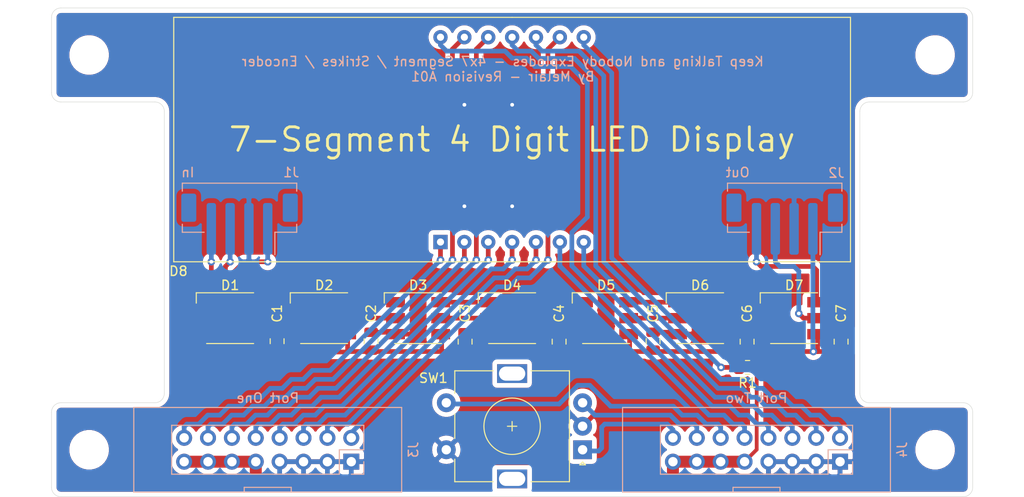
<source format=kicad_pcb>
(kicad_pcb (version 20211014) (generator pcbnew)
  (layers (0 "F.Cu" signal) (31 "B.Cu" signal) (34 "B.Paste" user) (35 "F.Paste" user) (36 "B.SilkS" user "B.Silkscreen") (37 "F.SilkS" user "F.Silkscreen") (38 "B.Mask" user) (39 "F.Mask" user) (44 "Edge.Cuts" user))
  (net 0 "")
  (net 1 "GND")
  (net 2 "+5V")
  (net 3 "Net-(D1-Pad6)")
  (net 4 "Net-(D1-Pad5)")
  (net 5 "CI")
  (net 6 "DI")
  (net 7 "Net-(D2-Pad6)")
  (net 8 "Net-(D2-Pad5)")
  (net 9 "Net-(D3-Pad6)")
  (net 10 "Net-(D3-Pad5)")
  (net 11 "Net-(D4-Pad6)")
  (net 12 "Net-(D4-Pad5)")
  (net 13 "DO")
  (net 14 "CO")
  (net 15 "DIG1")
  (net 16 "A")
  (net 17 "F")
  (net 18 "DIG2")
  (net 19 "DIG3")
  (net 20 "B")
  (net 21 "COL")
  (net 22 "DIG4")
  (net 23 "G")
  (net 24 "C")
  (net 25 "DP")
  (net 26 "D")
  (net 27 "E")
  (net 28 "RE-A")
  (net 29 "RE-B")
  (net 30 "RE-SW")
  (net 31 "Net-(D5-Pad6)")
  (net 32 "Net-(D5-Pad5)")
  (net 33 "Net-(D6-Pad6)")
  (net 34 "Net-(D6-Pad5)")
  (net 35 "Net-(D8-Pad8)")
  (net 36 "+5P")
  (footprint "KTANE:ARK1136" (layer "F.Cu") (at 65 38)
    (fp_text reference "D8" (at -35.5 14) (layer "F.SilkS"))
    (fp_text value "SR421136N-JN")
    (pad "1" thru_hole rect locked (at -7.62 10.9) (size 1.524 1.524) (drill oval 0.762) (layers *.Cu *.Mask) (net 27 "E"))
    (pad "2" thru_hole circle locked (at -5.08 10.9) (size 1.524 1.524) (drill oval 0.762) (layers *.Cu *.Mask) (net 26 "D"))
    (pad "3" thru_hole circle locked (at -2.54 10.9) (size 1.524 1.524) (drill oval 0.762) (layers *.Cu *.Mask) (net 25 "DP"))
    (pad "4" thru_hole circle locked (at 0 10.9) (size 1.524 1.524) (drill oval 0.762) (layers *.Cu *.Mask) (net 24 "C"))
    (pad "5" thru_hole circle locked (at 2.54 10.9) (size 1.524 1.524) (drill oval 0.762) (layers *.Cu *.Mask) (net 23 "G"))
    (pad "6" thru_hole circle locked (at 5.08 10.9) (size 1.524 1.524) (drill oval 0.762) (layers *.Cu *.Mask) (net 22 "DIG4"))
    (pad "7" thru_hole circle locked (at 7.62 10.9) (size 1.524 1.524) (drill oval 0.762) (layers *.Cu *.Mask) (net 21 "COL"))
    (pad "8" thru_hole circle locked (at 7.62 -10.89) (size 1.524 1.524) (drill oval 0.762) (layers *.Cu *.Mask) (net 35 "Net-(D8-Pad8)"))
    (pad "9" thru_hole circle locked (at 5.08 -10.89) (size 1.524 1.524) (drill oval 0.762) (layers *.Cu *.Mask) (net 20 "B"))
    (pad "10" thru_hole circle locked (at 2.54 -10.89) (size 1.524 1.524) (drill oval 0.762) (layers *.Cu *.Mask) (net 19 "DIG3"))
    (pad "11" thru_hole circle locked (at 0 -10.89) (size 1.524 1.524) (drill oval 0.762) (layers *.Cu *.Mask) (net 18 "DIG2"))
    (pad "12" thru_hole circle locked (at -2.54 -10.89) (size 1.524 1.524) (drill oval 0.762) (layers *.Cu *.Mask) (net 17 "F"))
    (pad "13" thru_hole circle locked (at -5.08 -10.89) (size 1.524 1.524) (drill oval 0.762) (layers *.Cu *.Mask) (net 16 "A"))
    (pad "14" thru_hole circle locked (at -7.62 -10.89) (size 1.524 1.524) (drill oval 0.762) (layers *.Cu *.Mask) (net 15 "DIG1"))
  )
  (footprint "Resistor_SMD:R_0805_2012Metric" (layer "F.Cu") (at 90.0475 62.24 180)
    (fp_text reference "R1" (at 0 -1.65) (layer "F.SilkS"))
    (fp_text value "300")
    (pad "1" smd roundrect (at -0.9125 0 180) (size 1.025 1.4) (layers "F.Cu" "F.Paste" "F.Mask") (roundrect_rratio 0.243902) (net 36 "+5P"))
    (pad "2" smd roundrect (at 0.9125 0 180) (size 1.025 1.4) (layers "F.Cu" "F.Paste" "F.Mask") (roundrect_rratio 0.243902) (net 35 "Net-(D8-Pad8)"))
  )
  (footprint "Rotary_Encoder:RotaryEncoder_Alps_EC11E-Switch_Vertical_H20mm" (layer "F.Cu") (at 72.5 71 180)
    (fp_text reference "SW1" (at 15.875 7.62) (layer "F.SilkS"))
    (fp_text value "Rotary_Encoder_Switch")
    (pad "A" thru_hole rect (at 0 0 180) (size 2 2) (drill 1) (layers *.Cu *.Mask) (net 28 "RE-A"))
    (pad "B" thru_hole circle (at 0 5 180) (size 2 2) (drill 1) (layers *.Cu *.Mask) (net 29 "RE-B"))
    (pad "C" thru_hole circle (at 0 2.5 180) (size 2 2) (drill 1) (layers *.Cu *.Mask) (net 1 "GND"))
    (pad "MP" thru_hole rect (at 7.5 8.1 180) (size 3.2 2) (drill oval 2.8 1.5) (layers *.Cu *.Mask))
    (pad "MP" thru_hole rect (at 7.5 -3.1 180) (size 3.2 2) (drill oval 2.8 1.5) (layers *.Cu *.Mask))
    (pad "S1" thru_hole circle (at 14.5 5 180) (size 2 2) (drill 1) (layers *.Cu *.Mask) (net 30 "RE-SW"))
    (pad "S2" thru_hole circle (at 14.5 0 180) (size 2 2) (drill 1) (layers *.Cu *.Mask) (net 1 "GND"))
  )
  (footprint "Capacitor_SMD:C_0805_2012Metric" (layer "F.Cu") (at 40 59.45 90)
    (fp_text reference "C1" (at 2.95 0 90) (layer "F.SilkS"))
    (fp_text value "10uF")
    (pad "1" smd roundrect (at -0.95 0 90) (size 1 1.45) (layers "F.Cu" "F.Paste" "F.Mask") (net 2 "+5V"))
    (pad "2" smd roundrect (at 0.95 0 90) (size 1 1.45) (layers "F.Cu" "F.Paste" "F.Mask") (net 1 "GND"))
  )
  (footprint "Capacitor_SMD:C_0805_2012Metric" (layer "F.Cu") (at 50 59.45 90)
    (fp_text reference "C2" (at 2.95 0 90) (layer "F.SilkS"))
    (fp_text value "10uF")
    (pad "1" smd roundrect (at -0.95 0 90) (size 1 1.45) (layers "F.Cu" "F.Paste" "F.Mask") (net 2 "+5V"))
    (pad "2" smd roundrect (at 0.95 0 90) (size 1 1.45) (layers "F.Cu" "F.Paste" "F.Mask") (net 1 "GND"))
  )
  (footprint "Capacitor_SMD:C_0805_2012Metric" (layer "F.Cu") (at 60 59.5 90)
    (fp_text reference "C3" (at 3 0 90) (layer "F.SilkS"))
    (fp_text value "10uF")
    (pad "1" smd roundrect (at -0.95 0 90) (size 1 1.45) (layers "F.Cu" "F.Paste" "F.Mask") (net 2 "+5V"))
    (pad "2" smd roundrect (at 0.95 0 90) (size 1 1.45) (layers "F.Cu" "F.Paste" "F.Mask") (net 1 "GND"))
  )
  (footprint "Capacitor_SMD:C_0805_2012Metric" (layer "F.Cu") (at 70 59.5 90)
    (fp_text reference "C4" (at 3 0 90) (layer "F.SilkS"))
    (fp_text value "10uF")
    (pad "1" smd roundrect (at -0.95 0 90) (size 1 1.45) (layers "F.Cu" "F.Paste" "F.Mask") (net 2 "+5V"))
    (pad "2" smd roundrect (at 0.95 0 90) (size 1 1.45) (layers "F.Cu" "F.Paste" "F.Mask") (net 1 "GND"))
  )
  (footprint "Capacitor_SMD:C_0805_2012Metric" (layer "F.Cu") (at 80 59.45 90)
    (fp_text reference "C5" (at 2.95 0 90) (layer "F.SilkS"))
    (fp_text value "10uF")
    (pad "1" smd roundrect (at -0.95 0 90) (size 1 1.45) (layers "F.Cu" "F.Paste" "F.Mask") (net 2 "+5V"))
    (pad "2" smd roundrect (at 0.95 0 90) (size 1 1.45) (layers "F.Cu" "F.Paste" "F.Mask") (net 1 "GND"))
  )
  (footprint "LED_SMD:LED_RGB_5050-6" (layer "F.Cu") (at 35 57)
    (fp_text reference "D1" (at 0 -3.5 180) (layer "F.SilkS"))
    (fp_text value "APA102")
    (pad "1" smd rect (at -2.4 -1.7 90) (size 1.1 2) (layers "F.Cu" "F.Paste" "F.Mask") (net 6 "DI"))
    (pad "2" smd rect (at -2.4 0 90) (size 1.1 2) (layers "F.Cu" "F.Paste" "F.Mask") (net 5 "CI"))
    (pad "3" smd rect (at -2.4 1.7 90) (size 1.1 2) (layers "F.Cu" "F.Paste" "F.Mask") (net 1 "GND"))
    (pad "4" smd rect (at 2.4 1.7 90) (size 1.1 2) (layers "F.Cu" "F.Paste" "F.Mask") (net 2 "+5V"))
    (pad "5" smd rect (at 2.4 0 90) (size 1.1 2) (layers "F.Cu" "F.Paste" "F.Mask") (net 4 "Net-(D1-Pad5)"))
    (pad "6" smd rect (at 2.4 -1.7 90) (size 1.1 2) (layers "F.Cu" "F.Paste" "F.Mask") (net 3 "Net-(D1-Pad6)"))
  )
  (footprint "LED_SMD:LED_RGB_5050-6" (layer "F.Cu") (at 45 57)
    (fp_text reference "D2" (at 0 -3.5 180) (layer "F.SilkS"))
    (fp_text value "APA102")
    (pad "1" smd rect (at -2.4 -1.7 90) (size 1.1 2) (layers "F.Cu" "F.Paste" "F.Mask") (net 3 "Net-(D1-Pad6)"))
    (pad "2" smd rect (at -2.4 0 90) (size 1.1 2) (layers "F.Cu" "F.Paste" "F.Mask") (net 4 "Net-(D1-Pad5)"))
    (pad "3" smd rect (at -2.4 1.7 90) (size 1.1 2) (layers "F.Cu" "F.Paste" "F.Mask") (net 1 "GND"))
    (pad "4" smd rect (at 2.4 1.7 90) (size 1.1 2) (layers "F.Cu" "F.Paste" "F.Mask") (net 2 "+5V"))
    (pad "5" smd rect (at 2.4 0 90) (size 1.1 2) (layers "F.Cu" "F.Paste" "F.Mask") (net 8 "Net-(D2-Pad5)"))
    (pad "6" smd rect (at 2.4 -1.7 90) (size 1.1 2) (layers "F.Cu" "F.Paste" "F.Mask") (net 7 "Net-(D2-Pad6)"))
  )
  (footprint "LED_SMD:LED_RGB_5050-6" (layer "F.Cu") (at 55 57)
    (fp_text reference "D3" (at 0 -3.5 180) (layer "F.SilkS"))
    (fp_text value "APA102")
    (pad "1" smd rect (at -2.4 -1.7 90) (size 1.1 2) (layers "F.Cu" "F.Paste" "F.Mask") (net 7 "Net-(D2-Pad6)"))
    (pad "2" smd rect (at -2.4 0 90) (size 1.1 2) (layers "F.Cu" "F.Paste" "F.Mask") (net 8 "Net-(D2-Pad5)"))
    (pad "3" smd rect (at -2.4 1.7 90) (size 1.1 2) (layers "F.Cu" "F.Paste" "F.Mask") (net 1 "GND"))
    (pad "4" smd rect (at 2.4 1.7 90) (size 1.1 2) (layers "F.Cu" "F.Paste" "F.Mask") (net 2 "+5V"))
    (pad "5" smd rect (at 2.4 0 90) (size 1.1 2) (layers "F.Cu" "F.Paste" "F.Mask") (net 10 "Net-(D3-Pad5)"))
    (pad "6" smd rect (at 2.4 -1.7 90) (size 1.1 2) (layers "F.Cu" "F.Paste" "F.Mask") (net 9 "Net-(D3-Pad6)"))
  )
  (footprint "LED_SMD:LED_RGB_5050-6" (layer "F.Cu") (at 65 57)
    (fp_text reference "D4" (at 0 -3.5 180) (layer "F.SilkS"))
    (fp_text value "APA102")
    (pad "1" smd rect (at -2.4 -1.7 90) (size 1.1 2) (layers "F.Cu" "F.Paste" "F.Mask") (net 9 "Net-(D3-Pad6)"))
    (pad "2" smd rect (at -2.4 0 90) (size 1.1 2) (layers "F.Cu" "F.Paste" "F.Mask") (net 10 "Net-(D3-Pad5)"))
    (pad "3" smd rect (at -2.4 1.7 90) (size 1.1 2) (layers "F.Cu" "F.Paste" "F.Mask") (net 1 "GND"))
    (pad "4" smd rect (at 2.4 1.7 90) (size 1.1 2) (layers "F.Cu" "F.Paste" "F.Mask") (net 2 "+5V"))
    (pad "5" smd rect (at 2.4 0 90) (size 1.1 2) (layers "F.Cu" "F.Paste" "F.Mask") (net 12 "Net-(D4-Pad5)"))
    (pad "6" smd rect (at 2.4 -1.7 90) (size 1.1 2) (layers "F.Cu" "F.Paste" "F.Mask") (net 11 "Net-(D4-Pad6)"))
  )
  (footprint "LED_SMD:LED_RGB_5050-6" (layer "F.Cu") (at 75 57)
    (fp_text reference "D5" (at 0 -3.5 180) (layer "F.SilkS"))
    (fp_text value "APA102")
    (pad "1" smd rect (at -2.4 -1.7 90) (size 1.1 2) (layers "F.Cu" "F.Paste" "F.Mask") (net 11 "Net-(D4-Pad6)"))
    (pad "2" smd rect (at -2.4 0 90) (size 1.1 2) (layers "F.Cu" "F.Paste" "F.Mask") (net 12 "Net-(D4-Pad5)"))
    (pad "3" smd rect (at -2.4 1.7 90) (size 1.1 2) (layers "F.Cu" "F.Paste" "F.Mask") (net 1 "GND"))
    (pad "4" smd rect (at 2.4 1.7 90) (size 1.1 2) (layers "F.Cu" "F.Paste" "F.Mask") (net 2 "+5V"))
    (pad "5" smd rect (at 2.4 0 90) (size 1.1 2) (layers "F.Cu" "F.Paste" "F.Mask") (net 32 "Net-(D5-Pad5)"))
    (pad "6" smd rect (at 2.4 -1.7 90) (size 1.1 2) (layers "F.Cu" "F.Paste" "F.Mask") (net 31 "Net-(D5-Pad6)"))
  )
  (footprint "Capacitor_SMD:C_0805_2012Metric" (layer "F.Cu") (at 90 59.5 90)
    (fp_text reference "C6" (at 3 0 90) (layer "F.SilkS"))
    (fp_text value "10uF")
    (pad "1" smd roundrect (at -0.95 0 90) (size 1 1.45) (layers "F.Cu" "F.Paste" "F.Mask") (net 2 "+5V"))
    (pad "2" smd roundrect (at 0.95 0 90) (size 1 1.45) (layers "F.Cu" "F.Paste" "F.Mask") (net 1 "GND"))
  )
  (footprint "Capacitor_SMD:C_0805_2012Metric" (layer "F.Cu") (at 100 59.5 90)
    (fp_text reference "C7" (at 3 0 90) (layer "F.SilkS"))
    (fp_text value "10uF")
    (pad "1" smd roundrect (at -0.95 0 90) (size 1 1.45) (layers "F.Cu" "F.Paste" "F.Mask") (net 2 "+5V"))
    (pad "2" smd roundrect (at 0.95 0 90) (size 1 1.45) (layers "F.Cu" "F.Paste" "F.Mask") (net 1 "GND"))
  )
  (footprint "LED_SMD:LED_RGB_5050-6" (layer "F.Cu") (at 85 57)
    (fp_text reference "D6" (at 0 -3.5 180) (layer "F.SilkS"))
    (fp_text value "APA102")
    (pad "1" smd rect (at -2.4 -1.7 90) (size 1.1 2) (layers "F.Cu" "F.Paste" "F.Mask") (net 31 "Net-(D5-Pad6)"))
    (pad "2" smd rect (at -2.4 0 90) (size 1.1 2) (layers "F.Cu" "F.Paste" "F.Mask") (net 32 "Net-(D5-Pad5)"))
    (pad "3" smd rect (at -2.4 1.7 90) (size 1.1 2) (layers "F.Cu" "F.Paste" "F.Mask") (net 1 "GND"))
    (pad "4" smd rect (at 2.4 1.7 90) (size 1.1 2) (layers "F.Cu" "F.Paste" "F.Mask") (net 2 "+5V"))
    (pad "5" smd rect (at 2.4 0 90) (size 1.1 2) (layers "F.Cu" "F.Paste" "F.Mask") (net 34 "Net-(D6-Pad5)"))
    (pad "6" smd rect (at 2.4 -1.7 90) (size 1.1 2) (layers "F.Cu" "F.Paste" "F.Mask") (net 33 "Net-(D6-Pad6)"))
  )
  (footprint "LED_SMD:LED_RGB_5050-6" (layer "F.Cu") (at 95 57)
    (fp_text reference "D7" (at 0 -3.5 180) (layer "F.SilkS"))
    (fp_text value "APA102")
    (pad "1" smd rect (at -2.4 -1.7 90) (size 1.1 2) (layers "F.Cu" "F.Paste" "F.Mask") (net 33 "Net-(D6-Pad6)"))
    (pad "2" smd rect (at -2.4 0 90) (size 1.1 2) (layers "F.Cu" "F.Paste" "F.Mask") (net 34 "Net-(D6-Pad5)"))
    (pad "3" smd rect (at -2.4 1.7 90) (size 1.1 2) (layers "F.Cu" "F.Paste" "F.Mask") (net 1 "GND"))
    (pad "4" smd rect (at 2.4 1.7 90) (size 1.1 2) (layers "F.Cu" "F.Paste" "F.Mask") (net 2 "+5V"))
    (pad "5" smd rect (at 2.4 0 90) (size 1.1 2) (layers "F.Cu" "F.Paste" "F.Mask") (net 14 "CO"))
    (pad "6" smd rect (at 2.4 -1.7 90) (size 1.1 2) (layers "F.Cu" "F.Paste" "F.Mask") (net 13 "DO"))
  )
  (footprint "MountingHole:MountingHole_3.2mm_M3" (layer "F.Cu") (at 110 29)
    (fp_text reference "REF**" hide)
    (fp_text value "MountingHole_3.2mm_M3")
    (pad "" np_thru_hole circle locked (at 0 0) (size 3.2 3.2) (drill 3.2) (layers *.Cu *.Mask))
  )
  (footprint "MountingHole:MountingHole_3.2mm_M3" (layer "F.Cu") (at 20 29)
    (fp_text reference "REF**" hide)
    (fp_text value "MountingHole_3.2mm_M3")
    (pad "" np_thru_hole circle locked (at 0 0) (size 3.2 3.2) (drill 3.2) (layers *.Cu *.Mask))
  )
  (footprint "MountingHole:MountingHole_3.2mm_M3" (layer "F.Cu") (at 20 71)
    (fp_text reference "REF**" hide)
    (fp_text value "MountingHole_3.2mm_M3")
    (pad "" np_thru_hole circle locked (at 0 0) (size 3.2 3.2) (drill 3.2) (layers *.Cu *.Mask))
  )
  (footprint "MountingHole:MountingHole_3.2mm_M3" (layer "F.Cu") (at 110 71)
    (fp_text reference "REF**" hide)
    (fp_text value "MountingHole_3.2mm_M3")
    (pad "" np_thru_hole circle locked (at 0 0) (size 3.2 3.2) (drill 3.2) (layers *.Cu *.Mask))
  )
  (footprint "KTANE:PinHeader_2x08_P2.54mm_Vertical-Centered" (layer "B.Cu") (at 39 71 90)
    (fp_text reference "J3" (at 0 15.5 270) (layer "B.SilkS") (effects (justify mirror)))
    (fp_text value "Port 1")
    (pad "1" thru_hole rect locked (at -1.27 8.89 90) (size 1.7 1.7) (drill 1) (layers *.Cu *.Mask) (net 1 "GND"))
    (pad "2" thru_hole oval locked (at 1.27 8.89 90) (size 1.7 1.7) (drill 1) (layers *.Cu *.Mask) (net 20 "B"))
    (pad "3" thru_hole oval locked (at -1.27 6.35 90) (size 1.7 1.7) (drill 1) (layers *.Cu *.Mask) (net 1 "GND"))
    (pad "4" thru_hole oval locked (at 1.27 6.35 90) (size 1.7 1.7) (drill 1) (layers *.Cu *.Mask) (net 23 "G"))
    (pad "5" thru_hole oval locked (at -1.27 3.81 90) (size 1.7 1.7) (drill 1) (layers *.Cu *.Mask) (net 1 "GND"))
    (pad "6" thru_hole oval locked (at 1.27 3.81 90) (size 1.7 1.7) (drill 1) (layers *.Cu *.Mask) (net 24 "C"))
    (pad "7" thru_hole oval locked (at -1.27 1.27 90) (size 1.7 1.7) (drill 1) (layers *.Cu *.Mask) (net 1 "GND"))
    (pad "8" thru_hole oval locked (at 1.27 1.27 90) (size 1.7 1.7) (drill 1) (layers *.Cu *.Mask) (net 25 "DP"))
    (pad "9" thru_hole oval locked (at -1.27 -1.27 90) (size 1.7 1.7) (drill 1) (layers *.Cu *.Mask) (net 36 "+5P"))
    (pad "10" thru_hole oval locked (at 1.27 -1.27 90) (size 1.7 1.7) (drill 1) (layers *.Cu *.Mask) (net 17 "F"))
    (pad "11" thru_hole oval locked (at -1.27 -3.81 90) (size 1.7 1.7) (drill 1) (layers *.Cu *.Mask) (net 36 "+5P"))
    (pad "12" thru_hole oval locked (at 1.27 -3.81 90) (size 1.7 1.7) (drill 1) (layers *.Cu *.Mask) (net 26 "D"))
    (pad "13" thru_hole oval locked (at -1.27 -6.35 90) (size 1.7 1.7) (drill 1) (layers *.Cu *.Mask) (net 36 "+5P"))
    (pad "14" thru_hole oval locked (at 1.27 -6.35 90) (size 1.7 1.7) (drill 1) (layers *.Cu *.Mask) (net 16 "A"))
    (pad "15" thru_hole oval locked (at -1.27 -8.89 90) (size 1.7 1.7) (drill 1) (layers *.Cu *.Mask) (net 36 "+5P"))
    (pad "16" thru_hole oval locked (at 1.27 -8.89 90) (size 1.7 1.7) (drill 1) (layers *.Cu *.Mask) (net 27 "E"))
  )
  (footprint "KTANE:PinHeader_2x08_P2.54mm_Vertical-Centered" (layer "B.Cu") (at 91 71 90)
    (fp_text reference "J4" (at 0 15.5 270) (layer "B.SilkS") (effects (justify mirror)))
    (fp_text value "Port 2")
    (pad "1" thru_hole rect locked (at -1.27 8.89 90) (size 1.7 1.7) (drill 1) (layers *.Cu *.Mask) (net 1 "GND"))
    (pad "2" thru_hole oval locked (at 1.27 8.89 90) (size 1.7 1.7) (drill 1) (layers *.Cu *.Mask) (net 19 "DIG3"))
    (pad "3" thru_hole oval locked (at -1.27 6.35 90) (size 1.7 1.7) (drill 1) (layers *.Cu *.Mask) (net 1 "GND"))
    (pad "4" thru_hole oval locked (at 1.27 6.35 90) (size 1.7 1.7) (drill 1) (layers *.Cu *.Mask) (net 18 "DIG2"))
    (pad "5" thru_hole oval locked (at -1.27 3.81 90) (size 1.7 1.7) (drill 1) (layers *.Cu *.Mask) (net 1 "GND"))
    (pad "6" thru_hole oval locked (at 1.27 3.81 90) (size 1.7 1.7) (drill 1) (layers *.Cu *.Mask) (net 21 "COL"))
    (pad "7" thru_hole oval locked (at -1.27 1.27 90) (size 1.7 1.7) (drill 1) (layers *.Cu *.Mask) (net 1 "GND"))
    (pad "8" thru_hole oval locked (at 1.27 1.27 90) (size 1.7 1.7) (drill 1) (layers *.Cu *.Mask) (net 15 "DIG1"))
    (pad "9" thru_hole oval locked (at -1.27 -1.27 90) (size 1.7 1.7) (drill 1) (layers *.Cu *.Mask) (net 36 "+5P"))
    (pad "10" thru_hole oval locked (at 1.27 -1.27 90) (size 1.7 1.7) (drill 1) (layers *.Cu *.Mask) (net 22 "DIG4"))
    (pad "11" thru_hole oval locked (at -1.27 -3.81 90) (size 1.7 1.7) (drill 1) (layers *.Cu *.Mask) (net 36 "+5P"))
    (pad "12" thru_hole oval locked (at 1.27 -3.81 90) (size 1.7 1.7) (drill 1) (layers *.Cu *.Mask) (net 30 "RE-SW"))
    (pad "13" thru_hole oval locked (at -1.27 -6.35 90) (size 1.7 1.7) (drill 1) (layers *.Cu *.Mask) (net 36 "+5P"))
    (pad "14" thru_hole oval locked (at 1.27 -6.35 90) (size 1.7 1.7) (drill 1) (layers *.Cu *.Mask) (net 29 "RE-B"))
    (pad "15" thru_hole oval locked (at -1.27 -8.89 90) (size 1.7 1.7) (drill 1) (layers *.Cu *.Mask) (net 36 "+5P"))
    (pad "16" thru_hole oval locked (at 1.27 -8.89 90) (size 1.7 1.7) (drill 1) (layers *.Cu *.Mask) (net 28 "RE-A"))
  )
  (footprint "Connector_JST:JST_PH_B4B-PH-SM4-TB_1x04-1MP_P2.00mm_Vertical" (layer "B.Cu") (at 36 47 180)
    (fp_text reference "J1" (at -5.5 5.5) (layer "B.SilkS") (effects (justify mirror)))
    (fp_text value "In")
    (pad "1" smd roundrect (at -3 -0.5 180) (size 1 5.5) (layers "B.Cu" "B.Paste" "B.Mask") (net 2 "+5V"))
    (pad "2" smd roundrect (at -1 -0.5 180) (size 1 5.5) (layers "B.Cu" "B.Paste" "B.Mask") (net 1 "GND"))
    (pad "3" smd roundrect (at 1 -0.5 180) (size 1 5.5) (layers "B.Cu" "B.Paste" "B.Mask") (net 5 "CI"))
    (pad "4" smd roundrect (at 3 -0.5 180) (size 1 5.5) (layers "B.Cu" "B.Paste" "B.Mask") (net 6 "DI"))
    (pad "MP" smd roundrect (at 5.4 1.75 180) (size 1.6 3) (layers "B.Cu" "B.Paste" "B.Mask") (roundrect_rratio 0.15625))
    (pad "MP" smd roundrect (at -5.4 1.75 180) (size 1.6 3) (layers "B.Cu" "B.Paste" "B.Mask") (roundrect_rratio 0.15625))
  )
  (footprint "Connector_JST:JST_PH_B4B-PH-SM4-TB_1x04-1MP_P2.00mm_Vertical" (layer "B.Cu") (at 94 47 180)
    (fp_text reference "J2" (at -5.5 5.45) (layer "B.SilkS") (effects (justify mirror)))
    (fp_text value "Out")
    (pad "1" smd roundrect (at -3 -0.5 180) (size 1 5.5) (layers "B.Cu" "B.Paste" "B.Mask") (net 2 "+5V"))
    (pad "2" smd roundrect (at -1 -0.5 180) (size 1 5.5) (layers "B.Cu" "B.Paste" "B.Mask") (net 1 "GND"))
    (pad "3" smd roundrect (at 1 -0.5 180) (size 1 5.5) (layers "B.Cu" "B.Paste" "B.Mask") (net 14 "CO"))
    (pad "4" smd roundrect (at 3 -0.5 180) (size 1 5.5) (layers "B.Cu" "B.Paste" "B.Mask") (net 13 "DO"))
    (pad "MP" smd roundrect (at -5.4 1.75 180) (size 1.6 3) (layers "B.Cu" "B.Paste" "B.Mask") (roundrect_rratio 0.15625))
    (pad "MP" smd roundrect (at 5.4 1.75 180) (size 1.6 3) (layers "B.Cu" "B.Paste" "B.Mask") (roundrect_rratio 0.15625))
  )
  (gr_line (start 113 34) (end 103 34) (layer "Edge.Cuts") (width 0.05))
  (gr_line (start 17 34) (end 27 34) (layer "Edge.Cuts") (width 0.05))
  (gr_line (start 102 35) (end 102 65) (layer "Edge.Cuts") (width 0.05))
  (gr_line (start 114 67) (end 114 75) (layer "Edge.Cuts") (width 0.05))
  (gr_line (start 16 25) (end 16 33) (layer "Edge.Cuts") (width 0.05))
  (gr_arc (start 103 66) (mid 102.292893 65.707107) (end 102 65) (layer "Edge.Cuts") (width 0.05))
  (gr_arc (start 17 76) (mid 16.292893 75.707107) (end 16 75) (layer "Edge.Cuts") (width 0.05))
  (gr_arc (start 28 65) (mid 27.707107 65.707107) (end 27 66) (layer "Edge.Cuts") (width 0.05))
  (gr_arc (start 114 33) (mid 113.707107 33.707107) (end 113 34) (layer "Edge.Cuts") (width 0.05))
  (gr_arc (start 16 67) (mid 16.292893 66.292893) (end 17 66) (layer "Edge.Cuts") (width 0.05))
  (gr_line (start 17 24) (end 113 24) (layer "Edge.Cuts") (width 0.05))
  (gr_line (start 17 66) (end 27 66) (layer "Edge.Cuts") (width 0.05))
  (gr_arc (start 27 34) (mid 27.707107 34.292893) (end 28 35) (layer "Edge.Cuts") (width 0.05))
  (gr_arc (start 102 35) (mid 102.292893 34.292893) (end 103 34) (layer "Edge.Cuts") (width 0.05))
  (gr_arc (start 113 24) (mid 113.707107 24.292893) (end 114 25) (layer "Edge.Cuts") (width 0.05))
  (gr_arc (start 16 25) (mid 16.292893 24.292893) (end 17 24) (layer "Edge.Cuts") (width 0.05))
  (gr_line (start 16 75) (end 16 67) (layer "Edge.Cuts") (width 0.05))
  (gr_line (start 28 65) (end 28 35) (layer "Edge.Cuts") (width 0.05))
  (gr_arc (start 113 66) (mid 113.707107 66.292893) (end 114 67) (layer "Edge.Cuts") (width 0.05))
  (gr_line (start 113 76) (end 17 76) (layer "Edge.Cuts") (width 0.05))
  (gr_arc (start 17 34) (mid 16.292893 33.707107) (end 16 33) (layer "Edge.Cuts") (width 0.05))
  (gr_line (start 103 66) (end 113 66) (layer "Edge.Cuts") (width 0.05))
  (gr_arc (start 114 75) (mid 113.707107 75.707107) (end 113 76) (layer "Edge.Cuts") (width 0.05))
  (gr_line (start 114 25) (end 114 33) (layer "Edge.Cuts") (width 0.05))
  (gr_text "Out" (at 89 41.5) (layer "B.SilkS") (effects (font (size 1 1)) (justify mirror)))
  (gr_text "In" (at 30.5 41.5) (layer "B.SilkS") (effects (font (size 1 1)) (justify mirror)))
  (gr_text "Port Two" (at 91 65.5) (layer "B.SilkS") (effects (font (size 1 1)) (justify mirror)))
  (gr_text "Keep Talking and Nobody Explodes - 4x7 Segment / Strikes / Encoder\nBy Melair - Revision A01" (at 64 30.5) (layer "B.SilkS") (effects (font (size 1 1)) (justify mirror)))
  (gr_text "Port One" (at 39 65.5) (layer "B.SilkS") (effects (font (size 1 1)) (justify mirror)))
  (gr_text "7-Segment 4 Digit LED Display" (at 65 38) (layer "F.SilkS") (effects (font (size 2.5 2.5) (thickness 0.3))))
  (segment (start 70 58.55) (end 72.45 58.55) (width 0.5) (layer "F.Cu") (net 1))
  (segment (start 42.4 58.5) (end 42.6 58.7) (width 0.5) (layer "F.Cu") (net 1))
  (segment (start 52.4 58.5) (end 52.6 58.7) (width 0.5) (layer "F.Cu") (net 1))
  (segment (start 62.45 58.55) (end 62.6 58.7) (width 0.5) (layer "F.Cu") (net 1))
  (segment (start 92.45 58.55) (end 92.6 58.7) (width 0.5) (layer "F.Cu") (net 1))
  (segment (start 40 58.5) (end 42.4 58.5) (width 0.5) (layer "F.Cu") (net 1))
  (segment (start 80 58.5) (end 82.4 58.5) (width 0.5) (layer "F.Cu") (net 1))
  (segment (start 60 58.55) (end 62.45 58.55) (width 0.5) (layer "F.Cu") (net 1))
  (segment (start 72.45 58.55) (end 72.6 58.7) (width 0.5) (layer "F.Cu") (net 1))
  (segment (start 50 58.5) (end 52.4 58.5) (width 0.5) (layer "F.Cu") (net 1))
  (segment (start 82.4 58.5) (end 82.6 58.7) (width 0.5) (layer "F.Cu") (net 1))
  (segment (start 90 58.55) (end 92.45 58.55) (width 0.5) (layer "F.Cu") (net 1))
  (via (at 65.005 34.3) (size 0.8) (drill 0.4) (layers "F.Cu" "B.Cu") (net 1))
  (via (at 59.925 45.095) (size 0.8) (drill 0.4) (layers "F.Cu" "B.Cu") (net 1))
  (via (at 59.925 34.3) (size 0.8) (drill 0.4) (layers "F.Cu" "B.Cu") (net 1))
  (via (at 65.005 45.095) (size 0.8) (drill 0.4) (layers "F.Cu" "B.Cu") (net 1))
  (segment (start 47.5 60.55) (end 57.5 60.55) (width 0.5) (layer "F.Cu") (net 2))
  (segment (start 37.5 60.6) (end 47.45 60.6) (width 0.5) (layer "F.Cu") (net 2))
  (segment (start 97.05 60.55) (end 97.5 60.55) (width 0.5) (layer "F.Cu") (net 2))
  (segment (start 47.5 58.8) (end 47.4 58.7) (width 0.5) (layer "F.Cu") (net 2))
  (segment (start 77.45 60.6) (end 77.5 60.55) (width 0.5) (layer "F.Cu") (net 2))
  (segment (start 47.5 60.55) (end 47.5 58.8) (width 0.5) (layer "F.Cu") (net 2))
  (segment (start 97.5 58.8) (end 97.4 58.7) (width 0.5) (layer "F.Cu") (net 2))
  (segment (start 57.5 58.8) (end 57.4 58.7) (width 0.5) (layer "F.Cu") (net 2))
  (segment (start 37.4 58.7) (end 36.2 58.7) (width 0.5) (layer "F.Cu") (net 2))
  (segment (start 77.5 58.8) (end 77.4 58.7) (width 0.5) (layer "F.Cu") (net 2))
  (segment (start 36.2 58.7) (end 35.5 58) (width 0.5) (layer "F.Cu") (net 2))
  (segment (start 47.45 60.6) (end 47.5 60.55) (width 0.5) (layer "F.Cu") (net 2))
  (segment (start 37.5 60.6) (end 37.5 58.8) (width 0.5) (layer "F.Cu") (net 2))
  (segment (start 77.5 60.55) (end 77.5 58.8) (width 0.5) (layer "F.Cu") (net 2))
  (segment (start 87.5 60.55) (end 97.05 60.55) (width 0.5) (layer "F.Cu") (net 2))
  (segment (start 77.5 60.55) (end 87.5 60.55) (width 0.5) (layer "F.Cu") (net 2))
  (segment (start 87.5 60.55) (end 87.5 58.8) (width 0.5) (layer "F.Cu") (net 2))
  (segment (start 67.45 60.55) (end 72.45 60.55) (width 0.5) (layer "F.Cu") (net 2))
  (segment (start 57.5 60.55) (end 67.45 60.55) (width 0.5) (layer "F.Cu") (net 2))
  (segment (start 97.5 60.55) (end 97.5 58.8) (width 0.5) (layer "F.Cu") (net 2))
  (segment (start 72.5 60.6) (end 77.45 60.6) (width 0.5) (layer "F.Cu") (net 2))
  (segment (start 67.4 58.7) (end 67.4 60.5) (width 0.5) (layer "F.Cu") (net 2))
  (segment (start 35.5 52) (end 36.5 51) (width 0.5) (layer "F.Cu") (net 2))
  (segment (start 72.45 60.55) (end 72.5 60.6) (width 0.5) (layer "F.Cu") (net 2))
  (segment (start 67.4 60.5) (end 67.45 60.55) (width 0.5) (layer "F.Cu") (net 2))
  (segment (start 36.5 51) (end 39 51) (width 0.5) (layer "F.Cu") (net 2))
  (segment (start 97.5 60.55) (end 99.9 60.55) (width 0.5) (layer "F.Cu") (net 2))
  (segment (start 87.5 58.8) (end 87.4 58.7) (width 0.5) (layer "F.Cu") (net 2))
  (segment (start 99.9 60.55) (end 100 60.45) (width 0.5) (layer "F.Cu") (net 2))
  (segment (start 37.5 58.8) (end 37.4 58.7) (width 0.5) (layer "F.Cu") (net 2))
  (segment (start 35.5 58) (end 35.5 52) (width 0.5) (layer "F.Cu") (net 2))
  (segment (start 57.5 60.55) (end 57.5 58.8) (width 0.5) (layer "F.Cu") (net 2))
  (via (at 97.05 60.55) (size 0.8) (drill 0.4) (layers "F.Cu" "B.Cu") (net 2))
  (via (at 39 51) (size 0.8) (drill 0.4) (layers "F.Cu" "B.Cu") (net 2))
  (segment (start 97 60.5) (end 97.05 60.55) (width 0.5) (layer "B.Cu") (net 2))
  (segment (start 97 47.5) (end 97 60.5) (width 0.5) (layer "B.Cu") (net 2))
  (segment (start 39 51) (end 39 47.5) (width 0.5) (layer "B.Cu") (net 2))
  (segment (start 37.4 55.3) (end 42.6 55.3) (width 0.5) (layer "F.Cu") (net 3))
  (segment (start 37.4 57) (end 42.6 57) (width 0.5) (layer "F.Cu") (net 4))
  (segment (start 34.5 51.5) (end 35 51) (width 0.5) (layer "F.Cu") (net 5))
  (segment (start 32.6 57) (end 33.5 57) (width 0.5) (layer "F.Cu") (net 5))
  (segment (start 34.5 56) (end 34.5 51.5) (width 0.5) (layer "F.Cu") (net 5))
  (segment (start 33.5 57) (end 34.5 56) (width 0.5) (layer "F.Cu") (net 5))
  (via (at 35 51) (size 0.8) (drill 0.4) (layers "F.Cu" "B.Cu") (net 5))
  (segment (start 35 47.5) (end 35 51) (width 0.5) (layer "B.Cu") (net 5))
  (segment (start 33 54.9) (end 32.6 55.3) (width 0.5) (layer "F.Cu") (net 6))
  (segment (start 33 51) (end 33 54.9) (width 0.5) (layer "F.Cu") (net 6))
  (via (at 33 51) (size 0.8) (drill 0.4) (layers "F.Cu" "B.Cu") (net 6))
  (segment (start 33 47.5) (end 33 51) (width 0.5) (layer "B.Cu") (net 6))
  (segment (start 47.4 55.3) (end 52.6 55.3) (width 0.5) (layer "F.Cu") (net 7))
  (segment (start 47.4 57) (end 52.6 57) (width 0.5) (layer "F.Cu") (net 8))
  (segment (start 62.6 55.3) (end 57.4 55.3) (width 0.5) (layer "F.Cu") (net 9))
  (segment (start 57.4 57) (end 62.6 57) (width 0.5) (layer "F.Cu") (net 10))
  (segment (start 67.4 55.3) (end 72.6 55.3) (width 0.5) (layer "F.Cu") (net 11))
  (segment (start 67.4 57) (end 72.6 57) (width 0.5) (layer "F.Cu") (net 12))
  (segment (start 97.4 51.9) (end 97 51.5) (width 0.5) (layer "F.Cu") (net 13))
  (segment (start 91.5 51.5) (end 91 51) (width 0.5) (layer "F.Cu") (net 13))
  (segment (start 97.4 55.3) (end 97.4 51.9) (width 0.5) (layer "F.Cu") (net 13))
  (segment (start 97 51.5) (end 91.5 51.5) (width 0.5) (layer "F.Cu") (net 13))
  (via (at 91 51) (size 0.8) (drill 0.4) (layers "F.Cu" "B.Cu") (net 13))
  (segment (start 91 51) (end 91 47.5) (width 0.5) (layer "B.Cu") (net 13))
  (segment (start 97.4 57) (end 96 57) (width 0.5) (layer "F.Cu") (net 14))
  (segment (start 96 57) (end 95.5 56.5) (width 0.5) (layer "F.Cu") (net 14))
  (via (at 95.5 56.5) (size 0.8) (drill 0.4) (layers "F.Cu" "B.Cu") (net 14))
  (segment (start 95.5 56.5) (end 95.5 52) (width 0.5) (layer "B.Cu") (net 14))
  (segment (start 93.5 51.5) (end 93 51) (width 0.5) (layer "B.Cu") (net 14))
  (segment (start 95 51.5) (end 93.5 51.5) (width 0.5) (layer "B.Cu") (net 14))
  (segment (start 93 51) (end 93 47.5) (width 0.5) (layer "B.Cu") (net 14))
  (segment (start 95.5 52) (end 95 51.5) (width 0.5) (layer "B.Cu") (net 14))
  (segment (start 64.243 28.585) (end 58.02 28.585) (width 0.5) (layer "B.Cu") (net 15))
  (segment (start 67.418 30.236) (end 66.529 29.347) (width 0.5) (layer "B.Cu") (net 15))
  (segment (start 73.006 32.014) (end 71.228 30.236) (width 0.5) (layer "B.Cu") (net 15))
  (segment (start 86.2775 66.3675) (end 71.355 51.445) (width 0.5) (layer "B.Cu") (net 15))
  (segment (start 88.1825 66.3675) (end 86.2775 66.3675) (width 0.5) (layer "B.Cu") (net 15))
  (segment (start 89.135 67.32) (end 88.1825 66.3675) (width 0.5) (layer "B.Cu") (net 15))
  (segment (start 91.04 68.2725) (end 90.0875 67.32) (width 0.5) (layer "B.Cu") (net 15))
  (segment (start 90.0875 67.32) (end 89.135 67.32) (width 0.5) (layer "B.Cu") (net 15))
  (segment (start 58.02 28.585) (end 57.38 27.945) (width 0.5) (layer "B.Cu") (net 15))
  (segment (start 92.27 68.55) (end 91.9925 68.2725) (width 0.5) (layer "B.Cu") (net 15))
  (segment (start 57.38 27.945) (end 57.38 27.11) (width 0.5) (layer "B.Cu") (net 15))
  (segment (start 71.228 30.236) (end 67.418 30.236) (width 0.5) (layer "B.Cu") (net 15))
  (segment (start 71.355 51.445) (end 71.355 47.889) (width 0.5) (layer "B.Cu") (net 15))
  (segment (start 65.259 29.347) (end 65.005 29.347) (width 0.5) (layer "B.Cu") (net 15))
  (segment (start 91.9925 68.2725) (end 91.04 68.2725) (width 0.5) (layer "B.Cu") (net 15))
  (segment (start 66.529 29.347) (end 65.259 29.347) (width 0.5) (layer "B.Cu") (net 15))
  (segment (start 64.243 28.585) (end 65.005 29.347) (width 0.5) (layer "B.Cu") (net 15))
  (segment (start 92.27 69.73) (end 92.27 68.55) (width 0.5) (layer "B.Cu") (net 15))
  (segment (start 73.006 46.238) (end 73.006 32.014) (width 0.5) (layer "B.Cu") (net 15))
  (segment (start 71.355 47.889) (end 73.006 46.238) (width 0.5) (layer "B.Cu") (net 15))
  (segment (start 59.92 27.11) (end 58.655 28.375) (width 0.5) (layer "F.Cu") (net 16))
  (segment (start 58.655 28.375) (end 58.655 50.81) (width 0.5) (layer "F.Cu") (net 16))
  (via (at 58.655 50.81) (size 0.8) (drill 0.4) (layers "F.Cu" "B.Cu") (net 16))
  (segment (start 41.8275 64.4625) (end 43.0975 64.4625) (width 0.5) (layer "B.Cu") (net 16))
  (segment (start 32.65 68.56) (end 32.9375 68.2725) (width 0.5) (layer "B.Cu") (net 16))
  (segment (start 40.875 65.415) (end 41.8275 64.4625) (width 0.5) (layer "B.Cu") (net 16))
  (segment (start 38.6525 66.3675) (end 39.605 65.415) (width 0.5) (layer "B.Cu") (net 16))
  (segment (start 45.955 63.51) (end 46.9075 62.5575) (width 0.5) (layer "B.Cu") (net 16))
  (segment (start 43.0975 64.4625) (end 44.05 63.51) (width 0.5) (layer "B.Cu") (net 16))
  (segment (start 32.9375 68.2725) (end 34.2075 68.2725) (width 0.5) (layer "B.Cu") (net 16))
  (segment (start 32.65 69.73) (end 32.65 68.56) (width 0.5) (layer "B.Cu") (net 16))
  (segment (start 34.2075 68.2725) (end 35.16 67.32) (width 0.5) (layer "B.Cu") (net 16))
  (segment (start 44.05 63.51) (end 45.955 63.51) (width 0.5) (layer "B.Cu") (net 16))
  (segment (start 37.3825 66.3675) (end 38.6525 66.3675) (width 0.5) (layer "B.Cu") (net 16))
  (segment (start 46.9075 62.5575) (end 58.655 50.81) (width 0.5) (layer "B.Cu") (net 16))
  (segment (start 35.16 67.32) (end 36.43 67.32) (width 0.5) (layer "B.Cu") (net 16))
  (segment (start 39.605 65.415) (end 40.875 65.415) (width 0.5) (layer "B.Cu") (net 16))
  (segment (start 36.43 67.32) (end 37.3825 66.3675) (width 0.5) (layer "B.Cu") (net 16))
  (segment (start 61.195 28.375) (end 61.195 50.81) (width 0.5) (layer "F.Cu") (net 17))
  (segment (start 62.46 27.11) (end 61.195 28.375) (width 0.5) (layer "F.Cu") (net 17))
  (via (at 61.195 50.81) (size 0.8) (drill 0.4) (layers "F.Cu" "B.Cu") (net 17))
  (segment (start 46.59 65.415) (end 47.5425 64.4625) (width 0.5) (layer "B.Cu") (net 17))
  (segment (start 42.4625 66.3675) (end 43.7325 66.3675) (width 0.5) (layer "B.Cu") (net 17))
  (segment (start 38.0175 68.2725) (end 39.2875 68.2725) (width 0.5) (layer "B.Cu") (net 17))
  (segment (start 43.7325 66.3675) (end 44.685 65.415) (width 0.5) (layer "B.Cu") (net 17))
  (segment (start 37.73 68.56) (end 38.0175 68.2725) (width 0.5) (layer "B.Cu") (net 17))
  (segment (start 41.51 67.32) (end 42.4625 66.3675) (width 0.5) (layer "B.Cu") (net 17))
  (segment (start 61.195 50.81) (end 47.5425 64.4625) (width 0.5) (layer "B.Cu") (net 17))
  (segment (start 40.24 67.32) (end 41.51 67.32) (width 0.5) (layer "B.Cu") (net 17))
  (segment (start 37.73 69.73) (end 37.73 68.56) (width 0.5) (layer "B.Cu") (net 17))
  (segment (start 44.685 65.415) (end 46.59 65.415) (width 0.5) (layer "B.Cu") (net 17))
  (segment (start 39.2875 68.2725) (end 40.24 67.32) (width 0.5) (layer "B.Cu") (net 17))
  (segment (start 95.1675 67.32) (end 96.12 68.2725) (width 0.5) (layer "B.Cu") (net 18))
  (segment (start 97.0725 68.2725) (end 97.35 68.55) (width 0.5) (layer "B.Cu") (net 18))
  (segment (start 91.04 65.415) (end 91.9925 66.3675) (width 0.5) (layer "B.Cu") (net 18))
  (segment (start 73.895 31.633) (end 73.895 51.445) (width 0.5) (layer "B.Cu") (net 18))
  (segment (start 73.895 51.445) (end 86.9125 64.4625) (width 0.5) (layer "B.Cu") (net 18))
  (segment (start 65 27.11) (end 65 27.945) (width 0.5) (layer "B.Cu") (net 18))
  (segment (start 91.9925 66.3675) (end 93.2625 66.3675) (width 0.5) (layer "B.Cu") (net 18))
  (segment (start 96.12 68.2725) (end 97.0725 68.2725) (width 0.5) (layer "B.Cu") (net 18))
  (segment (start 65.64 28.585) (end 67.037 28.585) (width 0.5) (layer "B.Cu") (net 18))
  (segment (start 90.405 65.415) (end 91.04 65.415) (width 0.5) (layer "B.Cu") (net 18))
  (segment (start 89.4525 64.4625) (end 90.405 65.415) (width 0.5) (layer "B.Cu") (net 18))
  (segment (start 67.826 29.374) (end 71.636 29.374) (width 0.5) (layer "B.Cu") (net 18))
  (segment (start 71.636 29.374) (end 73.895 31.633) (width 0.5) (layer "B.Cu") (net 18))
  (segment (start 97.35 68.55) (end 97.35 69.73) (width 0.5) (layer "B.Cu") (net 18))
  (segment (start 67.037 28.585) (end 67.826 29.374) (width 0.5) (layer "B.Cu") (net 18))
  (segment (start 94.215 67.32) (end 95.1675 67.32) (width 0.5) (layer "B.Cu") (net 18))
  (segment (start 86.9125 64.4625) (end 89.4525 64.4625) (width 0.5) (layer "B.Cu") (net 18))
  (segment (start 93.2625 66.3675) (end 94.215 67.32) (width 0.5) (layer "B.Cu") (net 18))
  (segment (start 65 27.945) (end 65.64 28.585) (width 0.5) (layer "B.Cu") (net 18))
  (segment (start 67.54 27.945) (end 67.54 27.11) (width 0.5) (layer "B.Cu") (net 19))
  (segment (start 97.7075 67.32) (end 96.755 67.32) (width 0.5) (layer "B.Cu") (net 19))
  (segment (start 92.6275 65.415) (end 91.675 64.4625) (width 0.5) (layer "B.Cu") (net 19))
  (segment (start 87.23 63.51) (end 75.165 51.445) (width 0.5) (layer "B.Cu") (net 19))
  (segment (start 99.6125 68.2725) (end 98.66 68.2725) (width 0.5) (layer "B.Cu") (net 19))
  (segment (start 98.66 68.2725) (end 97.7075 67.32) (width 0.5) (layer "B.Cu") (net 19))
  (segment (start 75.165 51.415) (end 74.75 51) (width 0.5) (layer "B.Cu") (net 19))
  (segment (start 94.85 66.3675) (end 93.8975 65.415) (width 0.5) (layer "B.Cu") (net 19))
  (segment (start 68.18 28.585) (end 67.54 27.945) (width 0.5) (layer "B.Cu") (net 19))
  (segment (start 74.75 51) (end 74.75 31.218) (width 0.5) (layer "B.Cu") (net 19))
  (segment (start 93.8975 65.415) (end 92.6275 65.415) (width 0.5) (layer "B.Cu") (net 19))
  (segment (start 91.04 64.4625) (end 90.0875 63.51) (width 0.5) (layer "B.Cu") (net 19))
  (segment (start 95.8025 66.3675) (end 94.85 66.3675) (width 0.5) (layer "B.Cu") (net 19))
  (segment (start 99.89 69.73) (end 99.89 68.55) (width 0.5) (layer "B.Cu") (net 19))
  (segment (start 72.117 28.585) (end 68.18 28.585) (width 0.5) (layer "B.Cu") (net 19))
  (segment (start 96.755 67.32) (end 95.8025 66.3675) (width 0.5) (layer "B.Cu") (net 19))
  (segment (start 91.675 64.4625) (end 91.04 64.4625) (width 0.5) (layer "B.Cu") (net 19))
  (segment (start 74.75 31.218) (end 72.117 28.585) (width 0.5) (layer "B.Cu") (net 19))
  (segment (start 90.0875 63.51) (end 87.23 63.51) (width 0.5) (layer "B.Cu") (net 19))
  (segment (start 99.89 68.55) (end 99.6125 68.2725) (width 0.5) (layer "B.Cu") (net 19))
  (segment (start 75.165 51.445) (end 75.165 51.415) (width 0.5) (layer "B.Cu") (net 19))
  (segment (start 70.08 27.11) (end 68.815 28.375) (width 0.5) (layer "F.Cu") (net 20))
  (segment (start 68.815 28.375) (end 68.815 49.428762) (width 0.5) (layer "F.Cu") (net 20))
  (segment (start 68.815 49.428762) (end 68.815 50.81) (width 0.5) (layer "F.Cu") (net 20))
  (via (at 68.815 50.81) (size 0.8) (drill 0.4) (layers "F.Cu" "B.Cu") (net 20))
  (segment (start 68.815 50.81) (end 66.91 52.715) (width 0.5) (layer "B.Cu") (net 20))
  (segment (start 47.89 69.195) (end 48.65375 68.43125) (width 0.5) (layer "B.Cu") (net 20))
  (segment (start 64.6875 53.6675) (end 63.4175 53.6675) (width 0.5) (layer "B.Cu") (net 20))
  (segment (start 65.64 52.715) (end 64.6875 53.6675) (width 0.5) (layer "B.Cu") (net 20))
  (segment (start 63.4175 53.6675) (end 52.6225 64.4625) (width 0.5) (layer "B.Cu") (net 20))
  (segment (start 52.6225 64.4625) (end 48.65375 68.43125) (width 0.5) (layer "B.Cu") (net 20))
  (segment (start 48.65375 68.43125) (end 48.495 68.59) (width 0.5) (layer "B.Cu") (net 20))
  (segment (start 47.89 69.73) (end 47.89 69.195) (width 0.5) (layer "B.Cu") (net 20))
  (segment (start 66.91 52.715) (end 65.64 52.715) (width 0.5) (layer "B.Cu") (net 20))
  (segment (start 89.77 66.3675) (end 90.7225 66.3675) (width 0.5) (layer "B.Cu") (net 21))
  (segment (start 72.62 48.9) (end 72.62 50.805) (width 0.5) (layer "B.Cu") (net 21))
  (segment (start 94.5325 68.2725) (end 94.81 68.55) (width 0.5) (layer "B.Cu") (net 21))
  (segment (start 86.595 65.415) (end 88.8175 65.415) (width 0.5) (layer "B.Cu") (net 21))
  (segment (start 72.62 50.805) (end 72.62 51.44) (width 0.5) (layer "B.Cu") (net 21))
  (segment (start 91.675 67.32) (end 92.6275 67.32) (width 0.5) (layer "B.Cu") (net 21))
  (segment (start 90.7225 66.3675) (end 91.675 67.32) (width 0.5) (layer "B.Cu") (net 21))
  (segment (start 94.81 68.55) (end 94.81 69.73) (width 0.5) (layer "B.Cu") (net 21))
  (segment (start 93.58 68.2725) (end 94.5325 68.2725) (width 0.5) (layer "B.Cu") (net 21))
  (segment (start 88.8175 65.415) (end 89.77 66.3675) (width 0.5) (layer "B.Cu") (net 21))
  (segment (start 72.62 50.805) (end 72.625 50.81) (width 0.5) (layer "B.Cu") (net 21))
  (segment (start 92.6275 67.32) (end 93.58 68.2725) (width 0.5) (layer "B.Cu") (net 21))
  (segment (start 72.62 51.44) (end 86.595 65.415) (width 0.5) (layer "B.Cu") (net 21))
  (segment (start 89.73 68.55) (end 89.4525 68.2725) (width 0.5) (layer "B.Cu") (net 22))
  (segment (start 89.73 69.73) (end 89.73 68.55) (width 0.5) (layer "B.Cu") (net 22))
  (segment (start 70.08 50.805) (end 70.08 50.4975) (width 0.5) (layer "B.Cu") (net 22))
  (segment (start 87.5475 67.32) (end 85.96 67.32) (width 0.5) (layer "B.Cu") (net 22))
  (segment (start 70.085 50.81) (end 70.08 50.805) (width 0.5) (layer "B.Cu") (net 22))
  (segment (start 70.08 50.4975) (end 70.08 48.9) (width 0.5) (layer "B.Cu") (net 22))
  (segment (start 89.4525 68.2725) (end 88.5 68.2725) (width 0.5) (layer "B.Cu") (net 22))
  (segment (start 70.08 51.44) (end 70.08 50.4975) (width 0.5) (layer "B.Cu") (net 22))
  (segment (start 88.5 68.2725) (end 87.5475 67.32) (width 0.5) (layer "B.Cu") (net 22))
  (segment (start 85.96 67.32) (end 70.08 51.44) (width 0.5) (layer "B.Cu") (net 22))
  (segment (start 67.54 48.9) (end 67.54 50.805) (width 0.5) (layer "F.Cu") (net 23))
  (segment (start 67.54 50.805) (end 67.545 50.81) (width 0.5) (layer "F.Cu") (net 23))
  (via (at 67.545 50.81) (size 0.8) (drill 0.4) (layers "F.Cu" "B.Cu") (net 23))
  (segment (start 45.6375 68.2725) (end 47.5425 68.2725) (width 0.5) (layer "B.Cu") (net 23))
  (segment (start 45.35 69.73) (end 45.35 68.56) (width 0.5) (layer "B.Cu") (net 23))
  (segment (start 65.3225 51.7625) (end 66.5925 51.7625) (width 0.5) (layer "B.Cu") (net 23))
  (segment (start 63.1 52.715) (end 64.37 52.715) (width 0.5) (layer "B.Cu") (net 23))
  (segment (start 45.35 68.56) (end 45.6375 68.2725) (width 0.5) (layer "B.Cu") (net 23))
  (segment (start 66.5925 51.7625) (end 67.545 50.81) (width 0.5) (layer "B.Cu") (net 23))
  (segment (start 47.5425 68.2725) (end 63.1 52.715) (width 0.5) (layer "B.Cu") (net 23))
  (segment (start 64.37 52.715) (end 65.3225 51.7625) (width 0.5) (layer "B.Cu") (net 23))
  (segment (start 65 48.9) (end 65 50.805) (width 0.5) (layer "F.Cu") (net 24))
  (segment (start 65 50.805) (end 65.005 50.81) (width 0.5) (layer "F.Cu") (net 24))
  (via (at 65.005 50.81) (size 0.8) (drill 0.4) (layers "F.Cu" "B.Cu") (net 24))
  (segment (start 62.7825 51.7625) (end 64.0525 51.7625) (width 0.5) (layer "B.Cu") (net 24))
  (segment (start 47.225 67.32) (end 62.7825 51.7625) (width 0.5) (layer "B.Cu") (net 24))
  (segment (start 44.3675 68.2725) (end 45.32 67.32) (width 0.5) (layer "B.Cu") (net 24))
  (segment (start 42.81 68.56) (end 43.0975 68.2725) (width 0.5) (layer "B.Cu") (net 24))
  (segment (start 43.0975 68.2725) (end 44.3675 68.2725) (width 0.5) (layer "B.Cu") (net 24))
  (segment (start 45.32 67.32) (end 47.225 67.32) (width 0.5) (layer "B.Cu") (net 24))
  (segment (start 42.81 69.73) (end 42.81 68.56) (width 0.5) (layer "B.Cu") (net 24))
  (segment (start 64.0525 51.7625) (end 65.005 50.81) (width 0.5) (layer "B.Cu") (net 24))
  (segment (start 62.46 50.805) (end 62.465 50.81) (width 0.5) (layer "F.Cu") (net 25))
  (segment (start 62.46 48.9) (end 62.46 50.805) (width 0.5) (layer "F.Cu") (net 25))
  (via (at 62.465 50.81) (size 0.8) (drill 0.4) (layers "F.Cu" "B.Cu") (net 25))
  (segment (start 41.8275 68.2725) (end 42.78 67.32) (width 0.5) (layer "B.Cu") (net 25))
  (segment (start 46.9075 66.3675) (end 48.8125 64.4625) (width 0.5) (layer "B.Cu") (net 25))
  (segment (start 40.6175 68.2725) (end 41.8275 68.2725) (width 0.5) (layer "B.Cu") (net 25))
  (segment (start 42.78 67.32) (end 44.05 67.32) (width 0.5) (layer "B.Cu") (net 25))
  (segment (start 40.27 68.62) (end 40.6175 68.2725) (width 0.5) (layer "B.Cu") (net 25))
  (segment (start 62.465 50.81) (end 48.8125 64.4625) (width 0.5) (layer "B.Cu") (net 25))
  (segment (start 40.27 69.73) (end 40.27 68.62) (width 0.5) (layer "B.Cu") (net 25))
  (segment (start 44.05 67.32) (end 45.0025 66.3675) (width 0.5) (layer "B.Cu") (net 25))
  (segment (start 45.0025 66.3675) (end 46.9075 66.3675) (width 0.5) (layer "B.Cu") (net 25))
  (segment (start 59.92 50.805) (end 59.925 50.81) (width 0.5) (layer "F.Cu") (net 26))
  (segment (start 59.92 48.9) (end 59.92 50.805) (width 0.5) (layer "F.Cu") (net 26))
  (via (at 59.925 50.81) (size 0.8) (drill 0.4) (layers "F.Cu" "B.Cu") (net 26))
  (segment (start 42.145 65.415) (end 43.415 65.415) (width 0.5) (layer "B.Cu") (net 26))
  (segment (start 35.19 68.56) (end 35.4775 68.2725) (width 0.5) (layer "B.Cu") (net 26))
  (segment (start 43.415 65.415) (end 44.3675 64.4625) (width 0.5) (layer "B.Cu") (net 26))
  (segment (start 35.4775 68.2725) (end 36.7475 68.2725) (width 0.5) (layer "B.Cu") (net 26))
  (segment (start 46.2725 64.4625) (end 48.1775 62.5575) (width 0.5) (layer "B.Cu") (net 26))
  (segment (start 38.97 67.32) (end 39.9225 66.3675) (width 0.5) (layer "B.Cu") (net 26))
  (segment (start 44.3675 64.4625) (end 46.2725 64.4625) (width 0.5) (layer "B.Cu") (net 26))
  (segment (start 39.9225 66.3675) (end 41.1925 66.3675) (width 0.5) (layer "B.Cu") (net 26))
  (segment (start 59.925 50.81) (end 48.1775 62.5575) (width 0.5) (layer "B.Cu") (net 26))
  (segment (start 36.7475 68.2725) (end 37.7 67.32) (width 0.5) (layer "B.Cu") (net 26))
  (segment (start 37.7 67.32) (end 38.97 67.32) (width 0.5) (layer "B.Cu") (net 26))
  (segment (start 35.19 69.73) (end 35.19 68.56) (width 0.5) (layer "B.Cu") (net 26))
  (segment (start 41.1925 66.3675) (end 42.145 65.415) (width 0.5) (layer "B.Cu") (net 26))
  (segment (start 57.38 48.9) (end 57.38 50.805) (width 0.5) (layer "F.Cu") (net 27))
  (segment (start 57.38 50.805) (end 57.385 50.81) (width 0.5) (layer "F.Cu") (net 27))
  (via (at 57.385 50.81) (size 0.8) (drill 0.4) (layers "F.Cu" "B.Cu") (net 27))
  (segment (start 36.1125 66.3675) (end 37.065 65.415) (width 0.5) (layer "B.Cu") (net 27))
  (segment (start 41.51 63.51) (end 42.78 63.51) (width 0.5) (layer "B.Cu") (net 27))
  (segment (start 32.62 67.32) (end 33.89 67.32) (width 0.5) (layer "B.Cu") (net 27))
  (segment (start 30.11 68.56) (end 30.3975 68.2725) (width 0.5) (layer "B.Cu") (net 27))
  (segment (start 38.335 65.415) (end 39.2875 64.4625) (width 0.5) (layer "B.Cu") (net 27))
  (segment (start 45.6375 62.5575) (end 57.385 50.81) (width 0.5) (layer "B.Cu") (net 27))
  (segment (start 39.2875 64.4625) (end 40.5575 64.4625) (width 0.5) (layer "B.Cu") (net 27))
  (segment (start 40.5575 64.4625) (end 41.51 63.51) (width 0.5) (layer "B.Cu") (net 27))
  (segment (start 37.065 65.415) (end 38.335 65.415) (width 0.5) (layer "B.Cu") (net 27))
  (segment (start 30.11 69.73) (end 30.11 68.56) (width 0.5) (layer "B.Cu") (net 27))
  (segment (start 30.3975 68.2725) (end 31.6675 68.2725) (width 0.5) (layer "B.Cu") (net 27))
  (segment (start 34.8425 66.3675) (end 36.1125 66.3675) (width 0.5) (layer "B.Cu") (net 27))
  (segment (start 31.6675 68.2725) (end 32.62 67.32) (width 0.5) (layer "B.Cu") (net 27))
  (segment (start 43.7325 62.5575) (end 45.6375 62.5575) (width 0.5) (layer "B.Cu") (net 27))
  (segment (start 42.78 63.51) (end 43.7325 62.5575) (width 0.5) (layer "B.Cu") (net 27))
  (segment (start 33.89 67.32) (end 34.8425 66.3675) (width 0.5) (layer "B.Cu") (net 27))
  (segment (start 82.11 68.8675) (end 82.11 69.73) (width 0.5) (layer "B.Cu") (net 28))
  (segment (start 74.2125 71.13) (end 74.53 70.8125) (width 0.5) (layer "B.Cu") (net 28))
  (segment (start 74.8475 68.2725) (end 81.515 68.2725) (width 0.5) (layer "B.Cu") (net 28))
  (segment (start 81.515 68.2725) (end 82.11 68.8675) (width 0.5) (layer "B.Cu") (net 28))
  (segment (start 74.53 68.59) (end 74.8475 68.2725) (width 0.5) (layer "B.Cu") (net 28))
  (segment (start 72.625 71.13) (end 74.2125 71.13) (width 0.5) (layer "B.Cu") (net 28))
  (segment (start 74.53 70.8125) (end 74.53 68.59) (width 0.5) (layer "B.Cu") (net 28))
  (segment (start 84.65 69.73) (end 84.65 68.55) (width 0.5) (layer "B.Cu") (net 29))
  (segment (start 81.8325 67.32) (end 73.815 67.32) (width 0.5) (layer "B.Cu") (net 29))
  (segment (start 82.785 68.2725) (end 81.8325 67.32) (width 0.5) (layer "B.Cu") (net 29))
  (segment (start 84.65 68.55) (end 84.3725 68.2725) (width 0.5) (layer "B.Cu") (net 29))
  (segment (start 73.815 67.32) (end 72.625 66.13) (width 0.5) (layer "B.Cu") (net 29))
  (segment (start 84.3725 68.2725) (end 82.785 68.2725) (width 0.5) (layer "B.Cu") (net 29))
  (segment (start 75.4825 66.3675) (end 82.15 66.3675) (width 0.5) (layer "B.Cu") (net 30))
  (segment (start 82.15 66.3675) (end 83.1025 67.32) (width 0.5) (layer "B.Cu") (net 30))
  (segment (start 71.99 64.145) (end 73.26 64.145) (width 0.5) (layer "B.Cu") (net 30))
  (segment (start 87.19 68.55) (end 87.19 69.73) (width 0.5) (layer "B.Cu") (net 30))
  (segment (start 70.005 66.13) (end 71.99 64.145) (width 0.5) (layer "B.Cu") (net 30))
  (segment (start 85.6425 68.2725) (end 86.9125 68.2725) (width 0.5) (layer "B.Cu") (net 30))
  (segment (start 73.26 64.145) (end 75.4825 66.3675) (width 0.5) (layer "B.Cu") (net 30))
  (segment (start 83.1025 67.32) (end 84.69 67.32) (width 0.5) (layer "B.Cu") (net 30))
  (segment (start 86.9125 68.2725) (end 87.19 68.55) (width 0.5) (layer "B.Cu") (net 30))
  (segment (start 84.69 67.32) (end 85.6425 68.2725) (width 0.5) (layer "B.Cu") (net 30))
  (segment (start 58.125 66.13) (end 70.005 66.13) (width 0.5) (layer "B.Cu") (net 30))
  (segment (start 77.4 55.3) (end 82.6 55.3) (width 0.5) (layer "F.Cu") (net 31))
  (segment (start 77.4 57) (end 82.6 57) (width 0.5) (layer "F.Cu") (net 32))
  (segment (start 87.4 55.3) (end 92.6 55.3) (width 0.5) (layer "F.Cu") (net 33))
  (segment (start 87.4 57) (end 92.6 57) (width 0.5) (layer "F.Cu") (net 34))
  (segment (start 87.23 62.24) (end 89.135 62.24) (width 0.5) (layer "F.Cu") (net 35))
  (via (at 87.23 62.24) (size 0.8) (drill 0.4) (layers "F.Cu" "B.Cu") (net 35))
  (segment (start 76.435 51.445) (end 87.23 62.24) (width 0.5) (layer "B.Cu") (net 35))
  (segment (start 76.435 51.435) (end 76.435 51.445) (width 0.5) (layer "B.Cu") (net 35))
  (segment (start 72.62 27.11) (end 72.62 27.945) (width 0.5) (layer "B.Cu") (net 35))
  (segment (start 72.62 27.945) (end 75.6 30.925) (width 0.5) (layer "B.Cu") (net 35))
  (segment (start 75.6 30.925) (end 75.6 50.6) (width 0.5) (layer "B.Cu") (net 35))
  (segment (start 75.6 50.6) (end 76.435 51.435) (width 0.5) (layer "B.Cu") (net 35))
  (segment (start 37.73 73.73) (end 38.5 74.5) (width 1.27) (layer "F.Cu") (net 36))
  (segment (start 89.73 72.27) (end 91.019999 70.980001) (width 0.4) (layer "F.Cu") (net 36))
  (segment (start 61.5 74.5) (end 62 74) (width 1.27) (layer "F.Cu") (net 36))
  (segment (start 62 72.5) (end 62.5 72) (width 1.27) (layer "F.Cu") (net 36))
  (segment (start 87.19 72.27) (end 84.65 72.27) (width 1.27) (layer "F.Cu") (net 36))
  (segment (start 32.65 72.27) (end 35.19 72.27) (width 1.27) (layer "F.Cu") (net 36))
  (segment (start 38.5 74.5) (end 61.5 74.5) (width 1.27) (layer "F.Cu") (net 36))
  (segment (start 35.19 72.27) (end 37.73 72.27) (width 1.27) (layer "F.Cu") (net 36))
  (segment (start 91.019999 70.980001) (end 91.019999 62.299999) (width 0.4) (layer "F.Cu") (net 36))
  (segment (start 37.73 72.27) (end 37.73 73.73) (width 1.27) (layer "F.Cu") (net 36))
  (segment (start 91.019999 62.299999) (end 90.96 62.24) (width 0.4) (layer "F.Cu") (net 36))
  (segment (start 68 73.8075) (end 68.6925 74.5) (width 1.27) (layer "F.Cu") (net 36))
  (segment (start 82.11 73.89) (end 82.11 72.27) (width 1.27) (layer "F.Cu") (net 36))
  (segment (start 89.73 72.27) (end 87.19 72.27) (width 1.27) (layer "F.Cu") (net 36))
  (segment (start 30.11 72.27) (end 32.65 72.27) (width 1.27) (layer "F.Cu") (net 36))
  (segment (start 62.5 72) (end 67.5 72) (width 1.27) (layer "F.Cu") (net 36))
  (segment (start 81.5 74.5) (end 82.11 73.89) (width 1.27) (layer "F.Cu") (net 36))
  (segment (start 67.5 72) (end 68 72.5) (width 1.27) (layer "F.Cu") (net 36))
  (segment (start 84.65 72.27) (end 82.11 72.27) (width 1.27) (layer "F.Cu") (net 36))
  (segment (start 68.6925 74.5) (end 81.5 74.5) (width 1.27) (layer "F.Cu") (net 36))
  (segment (start 62 74) (end 62 72.5) (width 1.27) (layer "F.Cu") (net 36))
  (segment (start 68 72.5) (end 68 73.8075) (width 1.27) (layer "F.Cu") (net 36))
  (zone (net 1) (net_name "GND") (layer "F.Cu") (connect_pads (clearance 0.508)) (min_thickness 0.254) (fill yes (thermal_gap 0.508) (thermal_bridge_width 0.508))
    (polygon (pts (xy 114 76) (xy 16 76) (xy 16 24) (xy 114 24)))
  )
  (zone (net 1) (net_name "GND") (layer "B.Cu") (connect_pads (clearance 0.508)) (min_thickness 0.254) (fill yes (thermal_gap 0.508) (thermal_bridge_width 0.508))
    (polygon (pts (xy 114 76) (xy 16 76) (xy 16 24) (xy 114 24)))
  )
)
</source>
